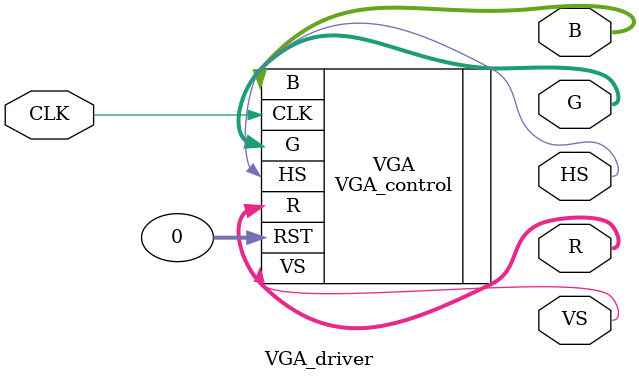
<source format=v>
`timescale 1ns / 1ps

module VGA_driver
    (
        input CLK,
        output [3:0] R,
        output [3:0] G,
        output [3:0] B,
        output HS,
        output VS
    );
    
    VGA_control VGA(
    .CLK(CLK), .RST(0),
    .R(R), .G(G), .B(B),
    .HS(HS), .VS(VS));
endmodule
</source>
